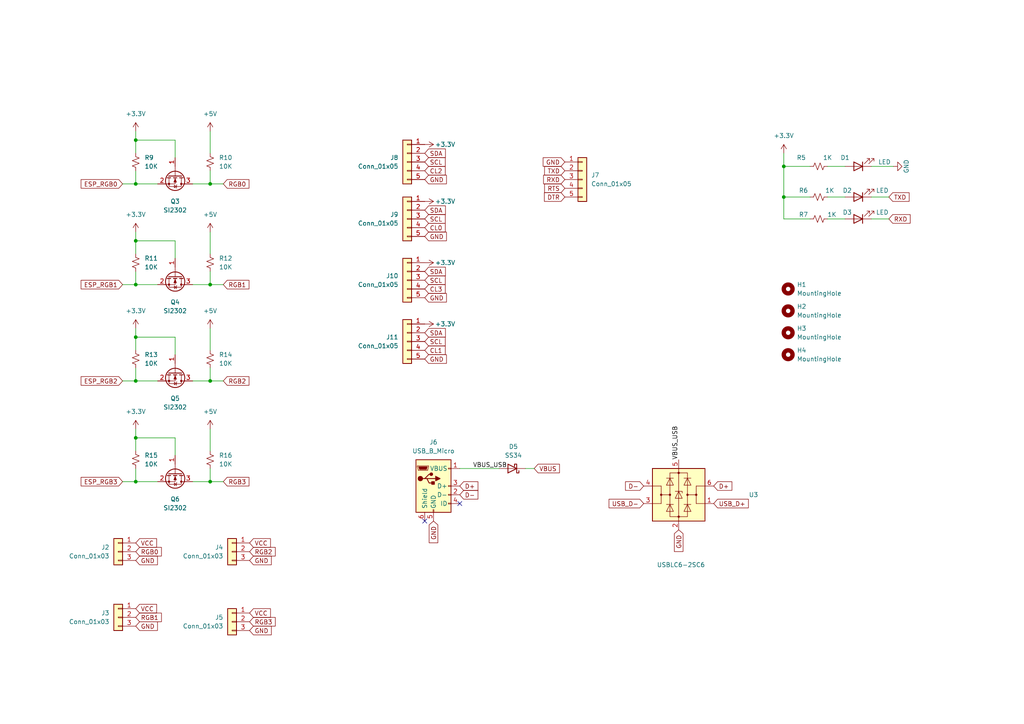
<source format=kicad_sch>
(kicad_sch (version 20211123) (generator eeschema)
  (paper "A4")
  (lib_symbols
    (symbol "Connector:USB_B_Micro" (pin_names (offset 1.016))
      (property "Reference" "J" (at -5.08 11.43 0))
      (property "Value" "USB_B_Micro" (at -5.08 8.89 0))
      (symbol "USB_B_Micro_0_1"
        (rectangle (start -5.08 -7.62) (end 5.08 7.62) (stroke (width 0.254)) (fill (type background)))
        (circle (center -3.81 2.159) (radius 0.635) (stroke (width 0.254)) (fill (type outline)))
        (circle (center -0.635 3.429) (radius 0.381) (stroke (width 0.254)) (fill (type outline)))
        (rectangle (start -0.127 -7.62) (end 0.127 -6.858))
        (polyline (pts (xy -1.905 2.159) (xy 0.635 2.159)) (stroke (width 0.254)))
        (polyline (pts (xy -3.175 2.159) (xy -2.54 2.159) (xy -1.27 3.429) (xy -0.635 3.429)) (stroke (width 0.254)))
        (polyline (pts (xy -2.54 2.159) (xy -1.905 2.159) (xy -1.27 0.889) (xy 0 0.889)) (stroke (width 0.254)))
        (polyline (pts (xy 0.635 2.794) (xy 0.635 1.524) (xy 1.905 2.159) (xy 0.635 2.794)) (stroke (width 0.254)) (fill (type outline)))
        (polyline (pts (xy -4.318 5.588) (xy -1.778 5.588) (xy -2.032 4.826) (xy -4.064 4.826) (xy -4.318 5.588)) (fill (type outline)))
        (polyline (pts (xy -4.699 5.842) (xy -4.699 5.588) (xy -4.445 4.826) (xy -4.445 4.572) (xy -1.651 4.572) (xy -1.651 4.826) (xy -1.397 5.588) (xy -1.397 5.842) (xy -4.699 5.842)))
        (rectangle (start 0.254 1.27) (end -0.508 0.508) (stroke (width 0.254)) (fill (type outline)))
        (rectangle (start 5.08 -5.207) (end 4.318 -4.953))
        (rectangle (start 5.08 -2.667) (end 4.318 -2.413))
        (rectangle (start 5.08 -0.127) (end 4.318 0.127))
        (rectangle (start 5.08 4.953) (end 4.318 5.207))
      )
      (symbol "USB_B_Micro_1_1"
        (pin power_out line (at 7.62 5.08 180) (length 2.54) (name "VBUS") (number "1"))
        (pin bidirectional line (at 7.62 -2.54 180) (length 2.54) (name "D-") (number "2"))
        (pin bidirectional line (at 7.62 0 180) (length 2.54) (name "D+") (number "3"))
        (pin passive line (at 7.62 -5.08 180) (length 2.54) (name "ID") (number "4"))
        (pin power_out line (at 0 -10.16 90) (length 2.54) (name "GND") (number "5"))
        (pin passive line (at -2.54 -10.16 90) (length 2.54) (name "Shield") (number "6"))
      )
    )
    (symbol "Connector_Generic:Conn_01x03" (pin_names (offset 1.016) hide)
      (property "Reference" "J" (at 0 5.08 0))
      (property "Value" "Conn_01x03" (at 0 -5.08 0))
      (symbol "Conn_01x03_1_1"
        (rectangle (start -1.27 -2.413) (end 0 -2.667) (stroke (width 0.1524)))
        (rectangle (start -1.27 0.127) (end 0 -0.127) (stroke (width 0.1524)))
        (rectangle (start -1.27 2.667) (end 0 2.413) (stroke (width 0.1524)))
        (rectangle (start -1.27 3.81) (end 1.27 -3.81) (stroke (width 0.254)) (fill (type background)))
        (pin passive line (at -5.08 2.54 0) (length 3.81) (name "Pin_1") (number "1"))
        (pin passive line (at -5.08 0 0) (length 3.81) (name "Pin_2") (number "2"))
        (pin passive line (at -5.08 -2.54 0) (length 3.81) (name "Pin_3") (number "3"))
      )
    )
    (symbol "Connector_Generic:Conn_01x05" (pin_names (offset 1.016) hide)
      (property "Reference" "J" (at 0 7.62 0))
      (property "Value" "Conn_01x05" (at 0 -7.62 0))
      (symbol "Conn_01x05_1_1"
        (rectangle (start -1.27 -4.953) (end 0 -5.207) (stroke (width 0.1524)))
        (rectangle (start -1.27 -2.413) (end 0 -2.667) (stroke (width 0.1524)))
        (rectangle (start -1.27 0.127) (end 0 -0.127) (stroke (width 0.1524)))
        (rectangle (start -1.27 2.667) (end 0 2.413) (stroke (width 0.1524)))
        (rectangle (start -1.27 5.207) (end 0 4.953) (stroke (width 0.1524)))
        (rectangle (start -1.27 6.35) (end 1.27 -6.35) (stroke (width 0.254)) (fill (type background)))
        (pin passive line (at -5.08 5.08 0) (length 3.81) (name "Pin_1") (number "1"))
        (pin passive line (at -5.08 2.54 0) (length 3.81) (name "Pin_2") (number "2"))
        (pin passive line (at -5.08 0 0) (length 3.81) (name "Pin_3") (number "3"))
        (pin passive line (at -5.08 -2.54 0) (length 3.81) (name "Pin_4") (number "4"))
        (pin passive line (at -5.08 -5.08 0) (length 3.81) (name "Pin_5") (number "5"))
      )
    )
    (symbol "Device:D_Schottky" (pin_numbers hide) (pin_names (offset 1.016) hide)
      (property "Reference" "D" (at 0 2.54 0))
      (property "Value" "D_Schottky" (at 0 -2.54 0))
      (symbol "D_Schottky_0_1"
        (polyline (pts (xy 1.27 0) (xy -1.27 0)))
        (polyline (pts (xy 1.27 1.27) (xy 1.27 -1.27) (xy -1.27 0) (xy 1.27 1.27)) (stroke (width 0.254)))
        (polyline (pts (xy -1.905 0.635) (xy -1.905 1.27) (xy -1.27 1.27) (xy -1.27 -1.27) (xy -0.635 -1.27) (xy -0.635 -0.635)) (stroke (width 0.254)))
      )
      (symbol "D_Schottky_1_1"
        (pin passive line (at -3.81 0 0) (length 2.54) (name "K") (number "1"))
        (pin passive line (at 3.81 0 180) (length 2.54) (name "A") (number "2"))
      )
    )
    (symbol "Device:LED" (pin_numbers hide) (pin_names (offset 1.016) hide)
      (property "Reference" "D" (at 0 2.54 0))
      (property "Value" "LED" (at 0 -2.54 0))
      (symbol "LED_0_1"
        (polyline (pts (xy -1.27 -1.27) (xy -1.27 1.27)) (stroke (width 0.254)))
        (polyline (pts (xy -1.27 0) (xy 1.27 0)))
        (polyline (pts (xy 1.27 -1.27) (xy 1.27 1.27) (xy -1.27 0) (xy 1.27 -1.27)) (stroke (width 0.254)))
        (polyline (pts (xy -3.048 -0.762) (xy -4.572 -2.286) (xy -3.81 -2.286) (xy -4.572 -2.286) (xy -4.572 -1.524)))
        (polyline (pts (xy -1.778 -0.762) (xy -3.302 -2.286) (xy -2.54 -2.286) (xy -3.302 -2.286) (xy -3.302 -1.524)))
      )
      (symbol "LED_1_1"
        (pin passive line (at -3.81 0 0) (length 2.54) (name "K") (number "1"))
        (pin passive line (at 3.81 0 180) (length 2.54) (name "A") (number "2"))
      )
    )
    (symbol "Device:Q_NMOS_GSD" (pin_names (offset 0) hide)
      (property "Reference" "Q" (at 5.08 1.27 0))
      (property "Value" "Q_NMOS_GSD" (at 5.08 -1.27 0))
      (symbol "Q_NMOS_GSD_0_1"
        (polyline (pts (xy 0.254 0) (xy -2.54 0)))
        (polyline (pts (xy 0.254 1.905) (xy 0.254 -1.905)) (stroke (width 0.254)))
        (polyline (pts (xy 0.762 -1.27) (xy 0.762 -2.286)) (stroke (width 0.254)))
        (polyline (pts (xy 0.762 0.508) (xy 0.762 -0.508)) (stroke (width 0.254)))
        (polyline (pts (xy 0.762 2.286) (xy 0.762 1.27)) (stroke (width 0.254)))
        (polyline (pts (xy 2.54 2.54) (xy 2.54 1.778)))
        (polyline (pts (xy 2.54 -2.54) (xy 2.54 0) (xy 0.762 0)))
        (polyline (pts (xy 0.762 -1.778) (xy 3.302 -1.778) (xy 3.302 1.778) (xy 0.762 1.778)))
        (polyline (pts (xy 1.016 0) (xy 2.032 0.381) (xy 2.032 -0.381) (xy 1.016 0)) (fill (type outline)))
        (polyline (pts (xy 2.794 0.508) (xy 2.921 0.381) (xy 3.683 0.381) (xy 3.81 0.254)))
        (polyline (pts (xy 3.302 0.381) (xy 2.921 -0.254) (xy 3.683 -0.254) (xy 3.302 0.381)))
        (circle (center 1.651 0) (radius 2.794) (stroke (width 0.254)))
        (circle (center 2.54 -1.778) (radius 0.254) (fill (type outline)))
        (circle (center 2.54 1.778) (radius 0.254) (fill (type outline)))
      )
      (symbol "Q_NMOS_GSD_1_1"
        (pin input line (at -5.08 0 0) (length 2.54) (name "G") (number "1"))
        (pin passive line (at 2.54 -5.08 90) (length 2.54) (name "S") (number "2"))
        (pin passive line (at 2.54 5.08 270) (length 2.54) (name "D") (number "3"))
      )
    )
    (symbol "Device:R_Small_US" (pin_numbers hide) (pin_names (offset 0.254) hide)
      (property "Reference" "R" (at 0.762 0.508 0))
      (property "Value" "R_Small_US" (at 0.762 -1.016 0))
      (symbol "R_Small_US_1_1"
        (polyline (pts (xy 0 0) (xy 1.016 -0.381) (xy 0 -0.762) (xy -1.016 -1.143) (xy 0 -1.524)))
        (polyline (pts (xy 0 1.524) (xy 1.016 1.143) (xy 0 0.762) (xy -1.016 0.381) (xy 0 0)))
        (pin passive line (at 0 2.54 270) (length 1.016) (name "~") (number "1"))
        (pin passive line (at 0 -2.54 90) (length 1.016) (name "~") (number "2"))
      )
    )
    (symbol "Mechanical:MountingHole" (pin_names (offset 1.016))
      (property "Reference" "H" (at 0 5.08 0))
      (property "Value" "MountingHole" (at 0 3.175 0))
      (symbol "MountingHole_0_1"
        (circle (center 0 0) (radius 1.27) (stroke (width 1.27)))
      )
    )
    (symbol "Power_Protection:USBLC6-2SC6" (pin_names hide)
      (property "Reference" "U" (at 2.54 8.89 0))
      (property "Value" "USBLC6-2SC6" (at 2.54 -8.89 0))
      (symbol "USBLC6-2SC6_0_1"
        (rectangle (start -7.62 -7.62) (end 7.62 7.62) (stroke (width 0.254)) (fill (type background)))
        (circle (center -5.08 0) (radius 0.254) (fill (type outline)))
        (circle (center -2.54 0) (radius 0.254) (fill (type outline)))
        (rectangle (start -2.54 6.35) (end 2.54 -6.35))
        (circle (center 0 -6.35) (radius 0.254) (fill (type outline)))
        (polyline (pts (xy -5.08 -2.54) (xy -7.62 -2.54)))
        (polyline (pts (xy -5.08 0) (xy -5.08 -2.54)))
        (polyline (pts (xy -5.08 2.54) (xy -7.62 2.54)))
        (polyline (pts (xy -1.524 -2.794) (xy -3.556 -2.794)))
        (polyline (pts (xy -1.524 4.826) (xy -3.556 4.826)))
        (polyline (pts (xy 0 -7.62) (xy 0 -6.35)))
        (polyline (pts (xy 0 -6.35) (xy 0 1.27)))
        (polyline (pts (xy 0 1.27) (xy 0 6.35)))
        (polyline (pts (xy 0 6.35) (xy 0 7.62)))
        (polyline (pts (xy 1.524 -2.794) (xy 3.556 -2.794)))
        (polyline (pts (xy 1.524 4.826) (xy 3.556 4.826)))
        (polyline (pts (xy 5.08 -2.54) (xy 7.62 -2.54)))
        (polyline (pts (xy 5.08 0) (xy 5.08 -2.54)))
        (polyline (pts (xy 5.08 2.54) (xy 7.62 2.54)))
        (polyline (pts (xy -2.54 0) (xy -5.08 0) (xy -5.08 2.54)))
        (polyline (pts (xy 2.54 0) (xy 5.08 0) (xy 5.08 2.54)))
        (polyline (pts (xy -3.556 -4.826) (xy -1.524 -4.826) (xy -2.54 -2.794) (xy -3.556 -4.826)))
        (polyline (pts (xy -3.556 2.794) (xy -1.524 2.794) (xy -2.54 4.826) (xy -3.556 2.794)))
        (polyline (pts (xy -1.016 -1.016) (xy 1.016 -1.016) (xy 0 1.016) (xy -1.016 -1.016)))
        (polyline (pts (xy 1.016 1.016) (xy 0.762 1.016) (xy -1.016 1.016) (xy -1.016 0.508)))
        (polyline (pts (xy 3.556 -4.826) (xy 1.524 -4.826) (xy 2.54 -2.794) (xy 3.556 -4.826)))
        (polyline (pts (xy 3.556 2.794) (xy 1.524 2.794) (xy 2.54 4.826) (xy 3.556 2.794)))
        (circle (center 0 6.35) (radius 0.254) (fill (type outline)))
        (circle (center 2.54 0) (radius 0.254) (fill (type outline)))
        (circle (center 5.08 0) (radius 0.254) (fill (type outline)))
      )
      (symbol "USBLC6-2SC6_1_1"
        (pin passive line (at -10.16 -2.54 0) (length 2.54) (name "I/O1") (number "1"))
        (pin passive line (at 0 -10.16 90) (length 2.54) (name "GND") (number "2"))
        (pin passive line (at 10.16 -2.54 180) (length 2.54) (name "I/O2") (number "3"))
        (pin passive line (at 10.16 2.54 180) (length 2.54) (name "I/O2") (number "4"))
        (pin passive line (at 0 10.16 270) (length 2.54) (name "VBUS") (number "5"))
        (pin passive line (at -10.16 2.54 0) (length 2.54) (name "I/O1") (number "6"))
      )
    )
    (symbol "power:+3.3V" (power) (pin_names (offset 0))
      (property "Value" "+3.3V" (at 0 3.556 0))
      (symbol "+3.3V_0_1"
        (polyline (pts (xy -0.762 1.27) (xy 0 2.54)))
        (polyline (pts (xy 0 0) (xy 0 2.54)))
        (polyline (pts (xy 0 2.54) (xy 0.762 1.27)))
      )
      (symbol "+3.3V_1_1"
        (pin power_in line (at 0 0 90) (length 0) hide (name "+3.3V") (number "1"))
      )
    )
    (symbol "power:+5V" (power) (pin_names (offset 0))
      (property "Value" "+5V" (at 0 3.556 0))
      (symbol "+5V_0_1"
        (polyline (pts (xy -0.762 1.27) (xy 0 2.54)))
        (polyline (pts (xy 0 0) (xy 0 2.54)))
        (polyline (pts (xy 0 2.54) (xy 0.762 1.27)))
      )
      (symbol "+5V_1_1"
        (pin power_in line (at 0 0 90) (length 0) hide (name "+5V") (number "1"))
      )
    )
    (symbol "power:GND" (power) (pin_names (offset 0))
      (property "Value" "GND" (at 0 -3.81 0))
      (symbol "GND_0_1"
        (polyline (pts (xy 0 0) (xy 0 -1.27) (xy 1.27 -1.27) (xy 0 -2.54) (xy -1.27 -1.27) (xy 0 -1.27)))
      )
      (symbol "GND_1_1"
        (pin power_in line (at 0 0 270) (length 0) hide (name "GND") (number "1"))
      )
    )
  )
  (junction (at 60.96 82.55))
  (junction (at 227.33 57.15))
  (junction (at 39.37 53.34))
  (junction (at 60.96 139.7))
  (junction (at 39.37 82.55))
  (junction (at 227.33 48.26))
  (junction (at 39.37 40.64))
  (junction (at 39.37 110.49))
  (junction (at 39.37 69.85))
  (junction (at 60.96 110.49))
  (junction (at 39.37 127))
  (junction (at 39.37 139.7))
  (junction (at 60.96 53.34))
  (junction (at 39.37 97.79))
  (no_connect (at 133.35 146.05))
  (no_connect (at 123.19 151.13))
  (wire (pts (xy 50.8 97.79) (xy 39.37 97.79)))
  (wire (pts (xy 252.73 57.15) (xy 257.81 57.15)))
  (wire (pts (xy 144.78 135.89) (xy 133.35 135.89)))
  (wire (pts (xy 50.8 132.08) (xy 50.8 127)))
  (wire (pts (xy 50.8 74.93) (xy 50.8 69.85)))
  (wire (pts (xy 252.73 48.26) (xy 259.08 48.26)))
  (wire (pts (xy 39.37 40.64) (xy 39.37 44.45)))
  (wire (pts (xy 39.37 127) (xy 39.37 130.81)))
  (wire (pts (xy 240.03 57.15) (xy 245.11 57.15)))
  (wire (pts (xy 60.96 53.34) (xy 55.88 53.34)))
  (wire (pts (xy 60.96 67.31) (xy 60.96 73.66)))
  (wire (pts (xy 50.8 102.87) (xy 50.8 97.79)))
  (wire (pts (xy 60.96 82.55) (xy 64.77 82.55)))
  (wire (pts (xy 60.96 95.25) (xy 60.96 101.6)))
  (wire (pts (xy 60.96 110.49) (xy 55.88 110.49)))
  (wire (pts (xy 39.37 124.46) (xy 39.37 127)))
  (wire (pts (xy 39.37 67.31) (xy 39.37 69.85)))
  (wire (pts (xy 45.72 110.49) (xy 39.37 110.49)))
  (wire (pts (xy 60.96 53.34) (xy 64.77 53.34)))
  (wire (pts (xy 60.96 49.53) (xy 60.96 53.34)))
  (wire (pts (xy 227.33 63.5) (xy 234.95 63.5)))
  (wire (pts (xy 227.33 44.45) (xy 227.33 48.26)))
  (wire (pts (xy 227.33 57.15) (xy 234.95 57.15)))
  (wire (pts (xy 60.96 78.74) (xy 60.96 82.55)))
  (wire (pts (xy 60.96 110.49) (xy 64.77 110.49)))
  (wire (pts (xy 45.72 139.7) (xy 39.37 139.7)))
  (wire (pts (xy 39.37 82.55) (xy 39.37 78.74)))
  (wire (pts (xy 240.03 48.26) (xy 245.11 48.26)))
  (wire (pts (xy 60.96 139.7) (xy 64.77 139.7)))
  (wire (pts (xy 50.8 69.85) (xy 39.37 69.85)))
  (wire (pts (xy 60.96 82.55) (xy 55.88 82.55)))
  (wire (pts (xy 35.56 139.7) (xy 39.37 139.7)))
  (wire (pts (xy 35.56 110.49) (xy 39.37 110.49)))
  (wire (pts (xy 50.8 45.72) (xy 50.8 40.64)))
  (wire (pts (xy 227.33 57.15) (xy 227.33 63.5)))
  (wire (pts (xy 39.37 69.85) (xy 39.37 73.66)))
  (wire (pts (xy 45.72 82.55) (xy 39.37 82.55)))
  (wire (pts (xy 252.73 63.5) (xy 257.81 63.5)))
  (wire (pts (xy 45.72 53.34) (xy 39.37 53.34)))
  (wire (pts (xy 50.8 127) (xy 39.37 127)))
  (wire (pts (xy 154.94 135.89) (xy 152.4 135.89)))
  (wire (pts (xy 35.56 82.55) (xy 39.37 82.55)))
  (wire (pts (xy 39.37 139.7) (xy 39.37 135.89)))
  (wire (pts (xy 240.03 63.5) (xy 245.11 63.5)))
  (wire (pts (xy 60.96 124.46) (xy 60.96 130.81)))
  (wire (pts (xy 35.56 53.34) (xy 39.37 53.34)))
  (wire (pts (xy 227.33 57.15) (xy 227.33 48.26)))
  (wire (pts (xy 39.37 97.79) (xy 39.37 101.6)))
  (wire (pts (xy 50.8 40.64) (xy 39.37 40.64)))
  (wire (pts (xy 227.33 48.26) (xy 234.95 48.26)))
  (wire (pts (xy 60.96 139.7) (xy 55.88 139.7)))
  (wire (pts (xy 60.96 38.1) (xy 60.96 44.45)))
  (wire (pts (xy 60.96 135.89) (xy 60.96 139.7)))
  (wire (pts (xy 39.37 38.1) (xy 39.37 40.64)))
  (wire (pts (xy 39.37 53.34) (xy 39.37 49.53)))
  (wire (pts (xy 39.37 95.25) (xy 39.37 97.79)))
  (wire (pts (xy 39.37 110.49) (xy 39.37 106.68)))
  (wire (pts (xy 60.96 106.68) (xy 60.96 110.49)))
  (label "VBUS_USB" (at 196.85 133.35 90))
  (label "VBUS_USB" (at 137.16 135.89 0))
  (global_label "TXD" (shape input) (at 257.81 57.15 0) (property "Intersheet References" "${INTERSHEET_REFS}" (effects hide)))
  (global_label "RTS" (shape input) (at 163.83 54.61 180) (property "Intersheet References" "${INTERSHEET_REFS}" (effects hide)))
  (global_label "CL2" (shape input) (at 123.19 49.53 0) (property "Intersheet References" "${INTERSHEET_REFS}" (effects hide)))
  (global_label "RGB0" (shape input) (at 64.77 53.34 0) (property "Intersheet References" "${INTERSHEET_REFS}" (effects hide)))
  (global_label "GND" (shape input) (at 123.19 68.58 0) (property "Intersheet References" "${INTERSHEET_REFS}" (effects hide)))
  (global_label "GND" (shape input) (at 72.39 162.56 0) (property "Intersheet References" "${INTERSHEET_REFS}" (effects hide)))
  (global_label "GND" (shape input) (at 72.39 182.88 0) (property "Intersheet References" "${INTERSHEET_REFS}" (effects hide)))
  (global_label "SDA" (shape input) (at 123.19 44.45 0) (property "Intersheet References" "${INTERSHEET_REFS}" (effects hide)))
  (global_label "RGB1" (shape input) (at 39.37 179.07 0) (property "Intersheet References" "${INTERSHEET_REFS}" (effects hide)))
  (global_label "D+" (shape input) (at 207.01 140.97 0) (property "Intersheet References" "${INTERSHEET_REFS}" (effects hide)))
  (global_label "USB_D-" (shape input) (at 186.69 146.05 180) (property "Intersheet References" "${INTERSHEET_REFS}" (effects hide)))
  (global_label "GND" (shape input) (at 39.37 181.61 0) (property "Intersheet References" "${INTERSHEET_REFS}" (effects hide)))
  (global_label "GND" (shape input) (at 123.19 104.14 0) (property "Intersheet References" "${INTERSHEET_REFS}" (effects hide)))
  (global_label "RGB3" (shape input) (at 72.39 180.34 0) (property "Intersheet References" "${INTERSHEET_REFS}" (effects hide)))
  (global_label "CL3" (shape input) (at 123.19 83.82 0) (property "Intersheet References" "${INTERSHEET_REFS}" (effects hide)))
  (global_label "VCC" (shape input) (at 72.39 177.8 0) (property "Intersheet References" "${INTERSHEET_REFS}" (effects hide)))
  (global_label "D-" (shape input) (at 186.69 140.97 180) (property "Intersheet References" "${INTERSHEET_REFS}" (effects hide)))
  (global_label "GND" (shape input) (at 163.83 46.99 180) (property "Intersheet References" "${INTERSHEET_REFS}" (effects hide)))
  (global_label "USB_D+" (shape input) (at 207.01 146.05 0) (property "Intersheet References" "${INTERSHEET_REFS}" (effects hide)))
  (global_label "DTR" (shape input) (at 163.83 57.15 180) (property "Intersheet References" "${INTERSHEET_REFS}" (effects hide)))
  (global_label "VBUS" (shape input) (at 154.94 135.89 0) (property "Intersheet References" "${INTERSHEET_REFS}" (effects hide)))
  (global_label "SCL" (shape input) (at 123.19 63.5 0) (property "Intersheet References" "${INTERSHEET_REFS}" (effects hide)))
  (global_label "ESP_RGB3" (shape input) (at 35.56 139.7 180) (property "Intersheet References" "${INTERSHEET_REFS}" (effects hide)))
  (global_label "RGB0" (shape input) (at 39.37 160.02 0) (property "Intersheet References" "${INTERSHEET_REFS}" (effects hide)))
  (global_label "RGB2" (shape input) (at 64.77 110.49 0) (property "Intersheet References" "${INTERSHEET_REFS}" (effects hide)))
  (global_label "RGB3" (shape input) (at 64.77 139.7 0) (property "Intersheet References" "${INTERSHEET_REFS}" (effects hide)))
  (global_label "ESP_RGB1" (shape input) (at 35.56 82.55 180) (property "Intersheet References" "${INTERSHEET_REFS}" (effects hide)))
  (global_label "GND" (shape input) (at 196.85 153.67 270) (property "Intersheet References" "${INTERSHEET_REFS}" (effects hide)))
  (global_label "GND" (shape input) (at 123.19 52.07 0) (property "Intersheet References" "${INTERSHEET_REFS}" (effects hide)))
  (global_label "SDA" (shape input) (at 123.19 96.52 0) (property "Intersheet References" "${INTERSHEET_REFS}" (effects hide)))
  (global_label "ESP_RGB0" (shape input) (at 35.56 53.34 180) (property "Intersheet References" "${INTERSHEET_REFS}" (effects hide)))
  (global_label "GND" (shape input) (at 39.37 162.56 0) (property "Intersheet References" "${INTERSHEET_REFS}" (effects hide)))
  (global_label "RXD" (shape input) (at 163.83 52.07 180) (property "Intersheet References" "${INTERSHEET_REFS}" (effects hide)))
  (global_label "SCL" (shape input) (at 123.19 46.99 0) (property "Intersheet References" "${INTERSHEET_REFS}" (effects hide)))
  (global_label "CL0" (shape input) (at 123.19 66.04 0) (property "Intersheet References" "${INTERSHEET_REFS}" (effects hide)))
  (global_label "TXD" (shape input) (at 163.83 49.53 180) (property "Intersheet References" "${INTERSHEET_REFS}" (effects hide)))
  (global_label "VCC" (shape input) (at 39.37 176.53 0) (property "Intersheet References" "${INTERSHEET_REFS}" (effects hide)))
  (global_label "RGB1" (shape input) (at 64.77 82.55 0) (property "Intersheet References" "${INTERSHEET_REFS}" (effects hide)))
  (global_label "VCC" (shape input) (at 39.37 157.48 0) (property "Intersheet References" "${INTERSHEET_REFS}" (effects hide)))
  (global_label "D-" (shape input) (at 133.35 143.51 0) (property "Intersheet References" "${INTERSHEET_REFS}" (effects hide)))
  (global_label "CL1" (shape input) (at 123.19 101.6 0) (property "Intersheet References" "${INTERSHEET_REFS}" (effects hide)))
  (global_label "RGB2" (shape input) (at 72.39 160.02 0) (property "Intersheet References" "${INTERSHEET_REFS}" (effects hide)))
  (global_label "SCL" (shape input) (at 123.19 99.06 0) (property "Intersheet References" "${INTERSHEET_REFS}" (effects hide)))
  (global_label "GND" (shape input) (at 123.19 86.36 0) (property "Intersheet References" "${INTERSHEET_REFS}" (effects hide)))
  (global_label "RXD" (shape input) (at 257.81 63.5 0) (property "Intersheet References" "${INTERSHEET_REFS}" (effects hide)))
  (global_label "SCL" (shape input) (at 123.19 81.28 0) (property "Intersheet References" "${INTERSHEET_REFS}" (effects hide)))
  (global_label "SDA" (shape input) (at 123.19 60.96 0) (property "Intersheet References" "${INTERSHEET_REFS}" (effects hide)))
  (global_label "VCC" (shape input) (at 72.39 157.48 0) (property "Intersheet References" "${INTERSHEET_REFS}" (effects hide)))
  (global_label "ESP_RGB2" (shape input) (at 35.56 110.49 180) (property "Intersheet References" "${INTERSHEET_REFS}" (effects hide)))
  (global_label "GND" (shape input) (at 125.73 151.13 270) (property "Intersheet References" "${INTERSHEET_REFS}" (effects hide)))
  (global_label "D+" (shape input) (at 133.35 140.97 0) (property "Intersheet References" "${INTERSHEET_REFS}" (effects hide)))
  (global_label "SDA" (shape input) (at 123.19 78.74 0) (property "Intersheet References" "${INTERSHEET_REFS}" (effects hide)))
  (symbol (lib_id "power:+3.3V") (at 39.37 124.46 0) (unit 1)
    (property "Reference" "#PWR0111" (effects hide))
    (property "Value" "+3.3V" (at 39.37 119.38 0))
  )
  (symbol (lib_id "Device:R_Small_US") (at 60.96 76.2 0) (unit 1)
    (property "Reference" "R12" (at 63.5 74.9299 0) (effects (justify left)))
    (property "Value" "10K" (at 63.5 77.4699 0) (effects (justify left)))
    (property "Footprint" "Resistor_SMD:R_0603_1608Metric" (effects hide))
  )
  (symbol (lib_id "Mechanical:MountingHole") (at 228.6 102.87 0) (unit 1)
    (property "Reference" "H4" (at 231.14 101.5999 0) (effects (justify left)))
    (property "Value" "MountingHole" (at 231.14 104.1399 0) (effects (justify left)))
    (property "Footprint" "MountingHole:MountingHole_3.2mm_M3" (effects hide))
  )
  (symbol (lib_id "power:+3.3V") (at 123.19 76.2 270) (mirror x) (unit 1)
    (property "Reference" "#PWR0112" (effects hide))
    (property "Value" "+3.3V" (at 132.08 76.2 90) (effects (justify right)))
  )
  (symbol (lib_id "Mechanical:MountingHole") (at 228.6 83.82 0) (unit 1)
    (property "Reference" "H1" (at 231.14 82.5499 0) (effects (justify left)))
    (property "Value" "MountingHole" (at 231.14 85.0899 0) (effects (justify left)))
    (property "Footprint" "MountingHole:MountingHole_3.2mm_M3" (effects hide))
  )
  (symbol (lib_id "power:+5V") (at 60.96 124.46 0) (unit 1)
    (property "Reference" "#PWR0110" (effects hide))
    (property "Value" "+5V" (at 60.96 119.38 0))
  )
  (symbol (lib_id "Device:LED") (at 248.92 48.26 180) (unit 1)
    (property "Reference" "D1" (at 245.11 45.72 0))
    (property "Value" "LED" (at 256.54 46.99 0))
    (property "Footprint" "LED_SMD:LED_0603_1608Metric" (effects hide))
  )
  (symbol (lib_id "Device:R_Small_US") (at 60.96 133.35 0) (unit 1)
    (property "Reference" "R16" (at 63.5 132.0799 0) (effects (justify left)))
    (property "Value" "10K" (at 63.5 134.6199 0) (effects (justify left)))
    (property "Footprint" "Resistor_SMD:R_0603_1608Metric" (effects hide))
  )
  (symbol (lib_id "Connector_Generic:Conn_01x05") (at 118.11 81.28 0) (mirror y) (unit 1)
    (property "Reference" "J10" (at 115.57 80.0099 0) (effects (justify left)))
    (property "Value" "Conn_01x05" (at 115.57 82.5499 0) (effects (justify left)))
    (property "Footprint" "Connector_JST:JST_PH_B5B-PH-K_1x05_P2.00mm_Vertical" (effects hide))
  )
  (symbol (lib_id "power:+3.3V") (at 123.19 41.91 270) (mirror x) (unit 1)
    (property "Reference" "#PWR0104" (effects hide))
    (property "Value" "+3.3V" (at 132.08 41.91 90) (effects (justify right)))
  )
  (symbol (lib_id "Device:R_Small_US") (at 60.96 46.99 0) (unit 1)
    (property "Reference" "R10" (at 63.5 45.7199 0) (effects (justify left)))
    (property "Value" "10K" (at 63.5 48.2599 0) (effects (justify left)))
    (property "Footprint" "Resistor_SMD:R_0603_1608Metric" (effects hide))
  )
  (symbol (lib_id "power:+5V") (at 60.96 38.1 0) (unit 1)
    (property "Reference" "#PWR0108" (effects hide))
    (property "Value" "+5V" (at 60.96 33.02 0))
  )
  (symbol (lib_id "power:+5V") (at 60.96 95.25 0) (unit 1)
    (property "Reference" "#PWR0101" (effects hide))
    (property "Value" "+5V" (at 60.96 90.17 0))
  )
  (symbol (lib_id "Device:R_Small_US") (at 237.49 63.5 90) (unit 1)
    (property "Reference" "R7" (at 233.045 62.23 90))
    (property "Value" "1K" (at 241.3 62.23 90))
    (property "Footprint" "Resistor_SMD:R_0603_1608Metric" (effects hide))
  )
  (symbol (lib_id "Device:R_Small_US") (at 237.49 48.26 90) (unit 1)
    (property "Reference" "R5" (at 232.41 45.72 90))
    (property "Value" "1K" (at 240.03 45.72 90))
    (property "Footprint" "Resistor_SMD:R_0603_1608Metric" (effects hide))
  )
  (symbol (lib_id "Device:Q_NMOS_GSD") (at 50.8 137.16 270) (unit 1)
    (property "Reference" "Q6" (at 50.8 144.78 90))
    (property "Value" "SI2302" (at 50.8 147.32 90))
    (property "Footprint" "Package_TO_SOT_SMD:SOT-23" (effects hide))
  )
  (symbol (lib_id "Device:Q_NMOS_GSD") (at 50.8 107.95 270) (unit 1)
    (property "Reference" "Q5" (at 50.8 115.57 90))
    (property "Value" "SI2302" (at 50.8 118.11 90))
    (property "Footprint" "Package_TO_SOT_SMD:SOT-23" (effects hide))
  )
  (symbol (lib_id "Mechanical:MountingHole") (at 228.6 96.52 0) (unit 1)
    (property "Reference" "H3" (at 231.14 95.2499 0) (effects (justify left)))
    (property "Value" "MountingHole" (at 231.14 97.7899 0) (effects (justify left)))
    (property "Footprint" "MountingHole:MountingHole_3.2mm_M3" (effects hide))
  )
  (symbol (lib_id "power:+3.3V") (at 39.37 67.31 0) (unit 1)
    (property "Reference" "#PWR0106" (effects hide))
    (property "Value" "+3.3V" (at 39.37 62.23 0))
  )
  (symbol (lib_id "Device:Q_NMOS_GSD") (at 50.8 50.8 270) (unit 1)
    (property "Reference" "Q3" (at 50.8 58.42 90))
    (property "Value" "SI2302" (at 50.8 60.96 90))
    (property "Footprint" "Package_TO_SOT_SMD:SOT-23" (effects hide))
  )
  (symbol (lib_id "Connector_Generic:Conn_01x05") (at 118.11 63.5 0) (mirror y) (unit 1)
    (property "Reference" "J9" (at 115.57 62.2299 0) (effects (justify left)))
    (property "Value" "Conn_01x05" (at 115.57 64.7699 0) (effects (justify left)))
    (property "Footprint" "Connector_JST:JST_PH_B5B-PH-K_1x05_P2.00mm_Vertical" (effects hide))
  )
  (symbol (lib_id "power:+3.3V") (at 39.37 95.25 0) (unit 1)
    (property "Reference" "#PWR0105" (effects hide))
    (property "Value" "+3.3V" (at 39.37 90.17 0))
  )
  (symbol (lib_id "power:+3.3V") (at 123.19 93.98 270) (mirror x) (unit 1)
    (property "Reference" "#PWR0103" (effects hide))
    (property "Value" "+3.3V" (at 132.08 93.98 90) (effects (justify right)))
  )
  (symbol (lib_id "Connector_Generic:Conn_01x05") (at 118.11 99.06 0) (mirror y) (unit 1)
    (property "Reference" "J11" (at 115.57 97.7899 0) (effects (justify left)))
    (property "Value" "Conn_01x05" (at 115.57 100.3299 0) (effects (justify left)))
    (property "Footprint" "Connector_JST:JST_PH_B5B-PH-K_1x05_P2.00mm_Vertical" (effects hide))
  )
  (symbol (lib_id "power:GND") (at 259.08 48.26 90) (unit 1)
    (property "Reference" "#PWR011" (effects hide))
    (property "Value" "GND" (at 262.89 48.26 0))
  )
  (symbol (lib_id "Connector_Generic:Conn_01x03") (at 67.31 160.02 0) (mirror y) (unit 1)
    (property "Reference" "J4" (at 64.77 158.7499 0) (effects (justify left)))
    (property "Value" "Conn_01x03" (at 64.77 161.2899 0) (effects (justify left)))
    (property "Footprint" "Connector_JST:JST_PH_B3B-PH-K_1x03_P2.00mm_Vertical" (effects hide))
  )
  (symbol (lib_id "Connector_Generic:Conn_01x03") (at 34.29 160.02 0) (mirror y) (unit 1)
    (property "Reference" "J2" (at 31.75 158.7499 0) (effects (justify left)))
    (property "Value" "Conn_01x03" (at 31.75 161.2899 0) (effects (justify left)))
    (property "Footprint" "Connector_JST:JST_PH_B3B-PH-K_1x03_P2.00mm_Vertical" (effects hide))
  )
  (symbol (lib_id "Device:R_Small_US") (at 39.37 76.2 0) (unit 1)
    (property "Reference" "R11" (at 41.91 74.9299 0) (effects (justify left)))
    (property "Value" "10K" (at 41.91 77.4699 0) (effects (justify left)))
    (property "Footprint" "Resistor_SMD:R_0603_1608Metric" (effects hide))
  )
  (symbol (lib_id "Connector_Generic:Conn_01x03") (at 34.29 179.07 0) (mirror y) (unit 1)
    (property "Reference" "J3" (at 31.75 177.7999 0) (effects (justify left)))
    (property "Value" "Conn_01x03" (at 31.75 180.3399 0) (effects (justify left)))
    (property "Footprint" "Connector_JST:JST_PH_B3B-PH-K_1x03_P2.00mm_Vertical" (effects hide))
  )
  (symbol (lib_id "power:+3.3V") (at 227.33 44.45 0) (unit 1)
    (property "Reference" "#PWR010" (effects hide))
    (property "Value" "+3.3V" (at 227.33 39.37 0))
  )
  (symbol (lib_id "Device:R_Small_US") (at 39.37 133.35 0) (unit 1)
    (property "Reference" "R15" (at 41.91 132.0799 0) (effects (justify left)))
    (property "Value" "10K" (at 41.91 134.6199 0) (effects (justify left)))
    (property "Footprint" "Resistor_SMD:R_0603_1608Metric" (effects hide))
  )
  (symbol (lib_id "Connector_Generic:Conn_01x05") (at 118.11 46.99 0) (mirror y) (unit 1)
    (property "Reference" "J8" (at 115.57 45.7199 0) (effects (justify left)))
    (property "Value" "Conn_01x05" (at 115.57 48.2599 0) (effects (justify left)))
    (property "Footprint" "Connector_JST:JST_PH_B5B-PH-K_1x05_P2.00mm_Vertical" (effects hide))
  )
  (symbol (lib_id "power:+5V") (at 60.96 67.31 0) (unit 1)
    (property "Reference" "#PWR0107" (effects hide))
    (property "Value" "+5V" (at 60.96 62.23 0))
  )
  (symbol (lib_id "Device:LED") (at 248.92 57.15 180) (unit 1)
    (property "Reference" "D2" (at 245.745 55.245 0))
    (property "Value" "LED" (at 255.905 55.245 0))
    (property "Footprint" "LED_SMD:LED_0603_1608Metric" (effects hide))
  )
  (symbol (lib_id "Device:R_Small_US") (at 39.37 46.99 0) (unit 1)
    (property "Reference" "R9" (at 41.91 45.7199 0) (effects (justify left)))
    (property "Value" "10K" (at 41.91 48.2599 0) (effects (justify left)))
    (property "Footprint" "Resistor_SMD:R_0603_1608Metric" (effects hide))
  )
  (symbol (lib_id "Connector_Generic:Conn_01x05") (at 168.91 52.07 0) (unit 1)
    (property "Reference" "J7" (at 171.45 50.7999 0) (effects (justify left)))
    (property "Value" "Conn_01x05" (at 171.45 53.3399 0) (effects (justify left)))
    (property "Footprint" "Connector_PinHeader_2.54mm:PinHeader_1x05_P2.54mm_Vertical" (effects hide))
  )
  (symbol (lib_id "Device:R_Small_US") (at 237.49 57.15 90) (unit 1)
    (property "Reference" "R6" (at 233.045 55.245 90))
    (property "Value" "1K" (at 240.665 55.245 90))
    (property "Footprint" "Resistor_SMD:R_0603_1608Metric" (effects hide))
  )
  (symbol (lib_id "Device:Q_NMOS_GSD") (at 50.8 80.01 270) (unit 1)
    (property "Reference" "Q4" (at 50.8 87.63 90))
    (property "Value" "SI2302" (at 50.8 90.17 90))
    (property "Footprint" "Package_TO_SOT_SMD:SOT-23" (effects hide))
  )
  (symbol (lib_id "Device:R_Small_US") (at 60.96 104.14 0) (unit 1)
    (property "Reference" "R14" (at 63.5 102.8699 0) (effects (justify left)))
    (property "Value" "10K" (at 63.5 105.4099 0) (effects (justify left)))
    (property "Footprint" "Resistor_SMD:R_0603_1608Metric" (effects hide))
  )
  (symbol (lib_id "Mechanical:MountingHole") (at 228.6 90.17 0) (unit 1)
    (property "Reference" "H2" (at 231.14 88.8999 0) (effects (justify left)))
    (property "Value" "MountingHole" (at 231.14 91.4399 0) (effects (justify left)))
    (property "Footprint" "MountingHole:MountingHole_3.2mm_M3" (effects hide))
  )
  (symbol (lib_id "Device:LED") (at 248.92 63.5 180) (unit 1)
    (property "Reference" "D3" (at 245.745 61.595 0))
    (property "Value" "LED" (at 255.905 61.595 0))
    (property "Footprint" "LED_SMD:LED_0603_1608Metric" (effects hide))
  )
  (symbol (lib_id "Connector_Generic:Conn_01x03") (at 67.31 180.34 0) (mirror y) (unit 1)
    (property "Reference" "J5" (at 64.77 179.0699 0) (effects (justify left)))
    (property "Value" "Conn_01x03" (at 64.77 181.6099 0) (effects (justify left)))
    (property "Footprint" "Connector_JST:JST_PH_B3B-PH-K_1x03_P2.00mm_Vertical" (effects hide))
  )
  (symbol (lib_id "power:+3.3V") (at 123.19 58.42 270) (mirror x) (unit 1)
    (property "Reference" "#PWR0102" (effects hide))
    (property "Value" "+3.3V" (at 132.08 58.42 90) (effects (justify right)))
  )
  (symbol (lib_id "Device:D_Schottky") (at 148.59 135.89 180) (unit 1)
    (property "Reference" "D5" (at 148.9075 129.54 0))
    (property "Value" "SS34" (at 148.9075 132.08 0))
    (property "Footprint" "Diode_SMD:D_SMA" (effects hide))
  )
  (symbol (lib_id "Device:R_Small_US") (at 39.37 104.14 0) (unit 1)
    (property "Reference" "R13" (at 41.91 102.8699 0) (effects (justify left)))
    (property "Value" "10K" (at 41.91 105.4099 0) (effects (justify left)))
    (property "Footprint" "Resistor_SMD:R_0603_1608Metric" (effects hide))
  )
  (symbol (lib_id "Power_Protection:USBLC6-2SC6") (at 196.85 143.51 0) (mirror y) (unit 1)
    (property "Reference" "U3" (at 217.17 143.51 0) (effects (justify right)))
    (property "Value" "USBLC6-2SC6" (at 190.5 163.83 0) (effects (justify right)))
    (property "Footprint" "Package_TO_SOT_SMD:SOT-23-6" (effects hide))
    (property "Datasheet" "https://www.st.com/resource/en/datasheet/usblc6-2.pdf" (effects hide))
  )
  (symbol (lib_id "Connector:USB_B_Micro") (at 125.73 140.97 0) (unit 1)
    (property "Reference" "J6" (at 125.73 128.27 0))
    (property "Value" "USB_B_Micro" (at 125.73 130.81 0))
    (property "Footprint" "Connector_USB:USB_Micro-B_Wuerth_614105150721_Vertical" (effects hide))
  )
  (symbol (lib_id "power:+3.3V") (at 39.37 38.1 0) (unit 1)
    (property "Reference" "#PWR0109" (effects hide))
    (property "Value" "+3.3V" (at 39.37 33.02 0))
  )
)
</source>
